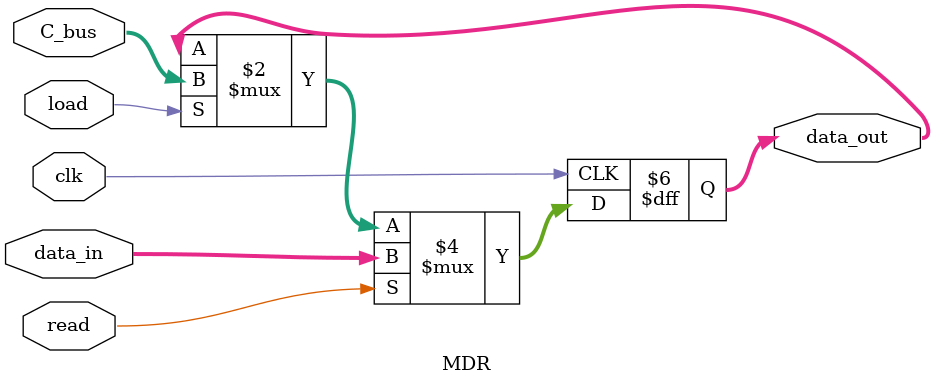
<source format=v>
`timescale 1ns / 1ps
module MDR(
	input clk, load, read,
	input [7:0] C_bus,
	input [7:0] data_in,
	output reg [7:0] data_out
	);

	always@(posedge clk)
		begin
			if(load)	data_out <= C_bus;

			if(read)	data_out <= data_in;

		end
		
endmodule

</source>
